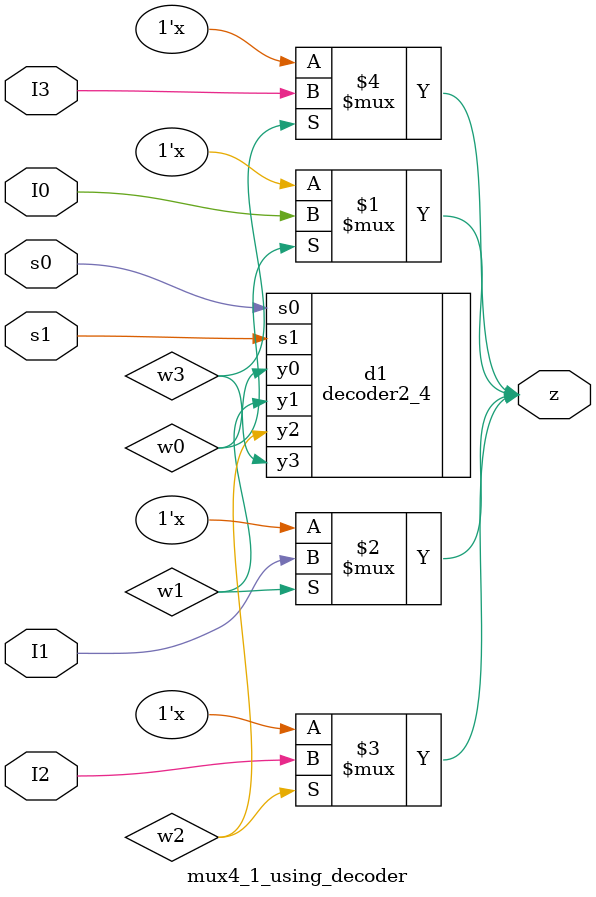
<source format=v>
`timescale 1ns / 1ps
module mux4_1_using_decoder(input I0,I1,I2,I3,s1,s0, output z);

wire w0,w1,w2,w3;
decoder2_4 d1(.s1(s1),.s0(s0),.y3(w3),.y2(w2),.y1(w1),.y0(w0));
bufif1 b1(z,I0,w0);  // (out,in,enable)//
bufif1 b2(z,I1,w1);
bufif1 b3(z,I2,w2);
bufif1 b4(z,I3,w3);


endmodule


</source>
